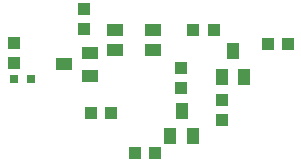
<source format=gbr>
G04 EAGLE Gerber RS-274X export*
G75*
%MOMM*%
%FSLAX34Y34*%
%LPD*%
%INSolderpaste Top*%
%IPPOS*%
%AMOC8*
5,1,8,0,0,1.08239X$1,22.5*%
G01*
%ADD10R,0.800000X0.800000*%
%ADD11R,1.000000X1.100000*%
%ADD12R,1.100000X1.000000*%
%ADD13R,1.378000X1.080000*%
%ADD14R,1.000000X1.400000*%
%ADD15R,1.400000X1.000000*%


D10*
X244232Y312611D03*
X259232Y312611D03*
D11*
X459364Y342915D03*
X476364Y342915D03*
D12*
X244146Y326257D03*
X244146Y343257D03*
D13*
X330162Y354702D03*
X330162Y337702D03*
X362242Y337702D03*
X362242Y354702D03*
D14*
X386334Y286336D03*
X395834Y264336D03*
X376834Y264336D03*
X429768Y336628D03*
X439268Y314628D03*
X420268Y314628D03*
D15*
X286942Y325374D03*
X308942Y334874D03*
X308942Y315874D03*
D12*
X304063Y355032D03*
X304063Y372032D03*
D11*
X396376Y354584D03*
X413376Y354584D03*
D12*
X386080Y322190D03*
X386080Y305190D03*
D11*
X346592Y250698D03*
X363592Y250698D03*
D12*
X420116Y278520D03*
X420116Y295520D03*
D11*
X326254Y284000D03*
X309254Y284000D03*
M02*

</source>
